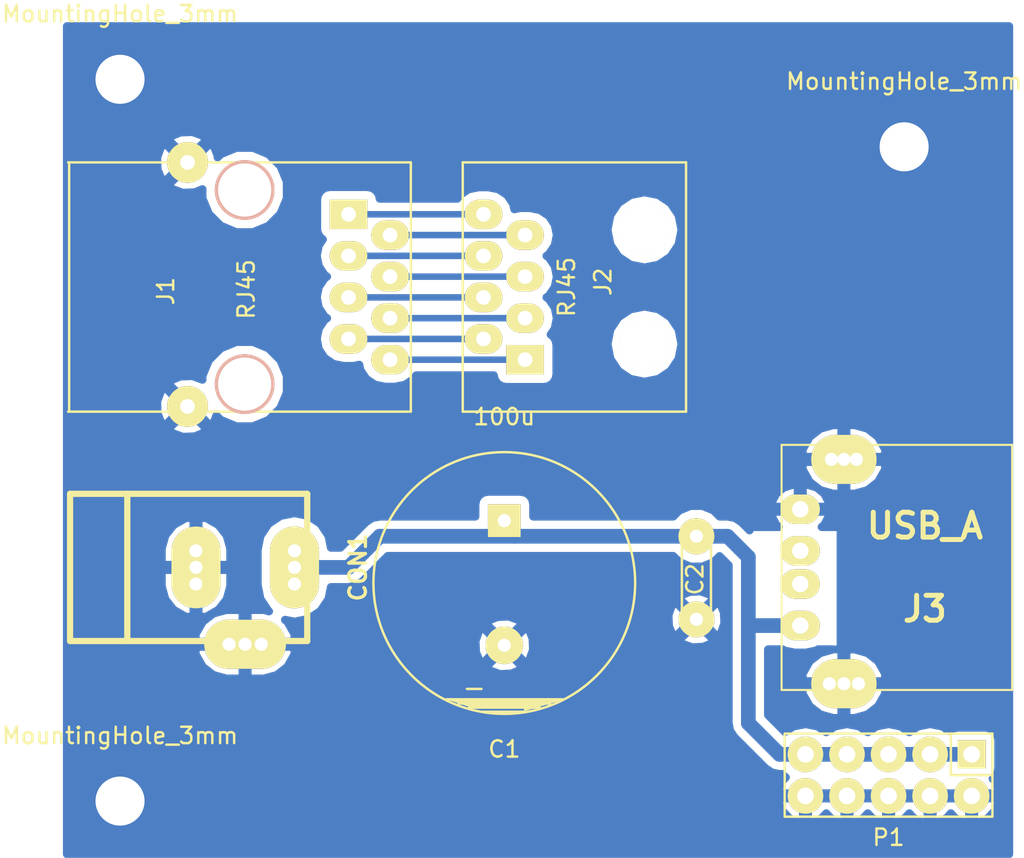
<source format=kicad_pcb>
(kicad_pcb (version 4) (host pcbnew "(2015-11-08 BZR 6303, Git 5897580)-product")

  (general
    (links 32)
    (no_connects 5)
    (area 0 0 0 0)
    (thickness 1.6)
    (drawings 0)
    (tracks 27)
    (zones 0)
    (modules 10)
    (nets 11)
  )

  (page A4)
  (layers
    (0 F.Cu signal)
    (31 B.Cu signal)
    (32 B.Adhes user)
    (33 F.Adhes user)
    (34 B.Paste user)
    (35 F.Paste user)
    (36 B.SilkS user)
    (37 F.SilkS user)
    (38 B.Mask user)
    (39 F.Mask user)
    (40 Dwgs.User user)
    (41 Cmts.User user)
    (42 Eco1.User user)
    (43 Eco2.User user)
    (44 Edge.Cuts user)
    (45 Margin user)
    (46 B.CrtYd user)
    (47 F.CrtYd user)
    (48 B.Fab user)
    (49 F.Fab user)
  )

  (setup
    (last_trace_width 0.6)
    (user_trace_width 0.4)
    (user_trace_width 0.5)
    (user_trace_width 0.6)
    (user_trace_width 0.7)
    (user_trace_width 0.8)
    (user_trace_width 0.9)
    (trace_clearance 0.01)
    (zone_clearance 0.508)
    (zone_45_only no)
    (trace_min 0.2)
    (segment_width 0.2)
    (edge_width 0.15)
    (via_size 2.2)
    (via_drill 0.8)
    (via_min_size 0.4)
    (via_min_drill 0.3)
    (uvia_size 0.3)
    (uvia_drill 0.1)
    (uvias_allowed no)
    (uvia_min_size 0.2)
    (uvia_min_drill 0.1)
    (pcb_text_width 0.3)
    (pcb_text_size 1.5 1.5)
    (mod_edge_width 0.15)
    (mod_text_size 1 1)
    (mod_text_width 0.15)
    (pad_size 2.99974 2.99974)
    (pad_drill 2.99974)
    (pad_to_mask_clearance 0.2)
    (aux_axis_origin 0 0)
    (visible_elements FFFFF71F)
    (pcbplotparams
      (layerselection 0x00030_80000001)
      (usegerberextensions false)
      (excludeedgelayer true)
      (linewidth 0.100000)
      (plotframeref false)
      (viasonmask false)
      (mode 1)
      (useauxorigin false)
      (hpglpennumber 1)
      (hpglpenspeed 20)
      (hpglpendiameter 15)
      (hpglpenoverlay 2)
      (psnegative false)
      (psa4output false)
      (plotreference true)
      (plotvalue true)
      (plotinvisibletext false)
      (padsonsilk false)
      (subtractmaskfromsilk false)
      (outputformat 1)
      (mirror false)
      (drillshape 1)
      (scaleselection 1)
      (outputdirectory ""))
  )

  (net 0 "")
  (net 1 GND)
  (net 2 "Net-(J1-Pad1)")
  (net 3 "Net-(J1-Pad2)")
  (net 4 "Net-(J1-Pad3)")
  (net 5 "Net-(J1-Pad4)")
  (net 6 "Net-(J1-Pad5)")
  (net 7 "Net-(J1-Pad6)")
  (net 8 "Net-(J1-Pad7)")
  (net 9 "Net-(J1-Pad8)")
  (net 10 /+5v)

  (net_class Default "This is the default net class."
    (clearance 0.01)
    (trace_width 0.6)
    (via_dia 2.2)
    (via_drill 0.8)
    (uvia_dia 0.3)
    (uvia_drill 0.1)
    (add_net "Net-(J1-Pad1)")
    (add_net "Net-(J1-Pad2)")
    (add_net "Net-(J1-Pad3)")
    (add_net "Net-(J1-Pad4)")
    (add_net "Net-(J1-Pad5)")
    (add_net "Net-(J1-Pad6)")
    (add_net "Net-(J1-Pad7)")
    (add_net "Net-(J1-Pad8)")
  )

  (net_class Power ""
    (clearance 0.01)
    (trace_width 0.9)
    (via_dia 2.2)
    (via_drill 0.8)
    (uvia_dia 0.3)
    (uvia_drill 0.1)
    (add_net /+5v)
    (add_net GND)
  )

  (module Mounting_Holes:MountingHole_3mm (layer F.Cu) (tedit 56618E3E) (tstamp 56691BA2)
    (at 111.76 114.6175)
    (descr "Mounting hole, Befestigungsbohrung, 3mm, No Annular, Kein Restring,")
    (tags "Mounting hole, Befestigungsbohrung, 3mm, No Annular, Kein Restring,")
    (fp_text reference MountingHole_3mm (at 0 -4.0005) (layer F.SilkS)
      (effects (font (size 1 1) (thickness 0.15)))
    )
    (fp_text value VAL** (at 1.00076 5.00126) (layer F.SilkS) hide
      (effects (font (size 1 1) (thickness 0.15)))
    )
    (fp_circle (center 0 0) (end 2.99974 0) (layer Cmts.User) (width 0.381))
    (pad 1 thru_hole circle (at 0 0) (size 2.99974 2.99974) (drill 2.99974) (layers *.Cu)
      (net 1 GND) (zone_connect 2))
  )

  (module Mounting_Holes:MountingHole_3mm (layer F.Cu) (tedit 56618E3E) (tstamp 56691B93)
    (at 159.7025 74.6125)
    (descr "Mounting hole, Befestigungsbohrung, 3mm, No Annular, Kein Restring,")
    (tags "Mounting hole, Befestigungsbohrung, 3mm, No Annular, Kein Restring,")
    (fp_text reference MountingHole_3mm (at 0 -4.0005) (layer F.SilkS)
      (effects (font (size 1 1) (thickness 0.15)))
    )
    (fp_text value VAL** (at 1.00076 5.00126) (layer F.SilkS) hide
      (effects (font (size 1 1) (thickness 0.15)))
    )
    (fp_circle (center 0 0) (end 2.99974 0) (layer Cmts.User) (width 0.381))
    (pad 1 thru_hole circle (at 0 0) (size 2.99974 2.99974) (drill 2.99974) (layers *.Cu)
      (net 1 GND) (zone_connect 2))
  )

  (module Capacitors_ThroughHole:Capacitor6MMDiscRM5 (layer F.Cu) (tedit 56618C6F) (tstamp 56618B16)
    (at 147.0025 100.965 270)
    (descr "Capacitor 6MM Disc RM 5MM")
    (tags C)
    (path /56618FB0)
    (fp_text reference C2 (at 0.0889 0.0889 270) (layer F.SilkS)
      (effects (font (size 1 1) (thickness 0.15)))
    )
    (fp_text value 100n (at 0 -2.286 270) (layer F.SilkS) hide
      (effects (font (size 1 1) (thickness 0.15)))
    )
    (fp_line (start -3.048 -0.889) (end -3.048 0.889) (layer F.SilkS) (width 0.15))
    (fp_line (start -3.048 0.889) (end 3.048 0.889) (layer F.SilkS) (width 0.15))
    (fp_line (start 3.048 0.889) (end 3.048 -0.889) (layer F.SilkS) (width 0.15))
    (fp_line (start 3.048 -0.889) (end -3.048 -0.889) (layer F.SilkS) (width 0.15))
    (pad 1 thru_hole circle (at -2.54 0 270) (size 2.2 2.2) (drill 0.8001) (layers *.Cu *.Mask F.SilkS)
      (net 10 /+5v))
    (pad 2 thru_hole circle (at 2.54 0 270) (size 2.2 2.2) (drill 0.8001) (layers *.Cu *.Mask F.SilkS)
      (net 1 GND))
    (model Capacitors_ThroughHole/Capacitor6MMDiscRM5.wrl
      (at (xyz 0 0 0))
      (scale (xyz 1 1 1))
      (rotate (xyz 0 0 0))
    )
  )

  (module barrel:BARREL_JACK (layer F.Cu) (tedit 544CCD4B) (tstamp 56618B23)
    (at 116.205 100.33)
    (descr "DC Barrel Jack")
    (tags "Power Jack")
    (path /56618BEF)
    (fp_text reference CON1 (at 10.09904 0 90) (layer F.SilkS)
      (effects (font (size 1.016 1.016) (thickness 0.2032)))
    )
    (fp_text value 5V (at 0 -5.99948) (layer F.SilkS) hide
      (effects (font (size 1.016 1.016) (thickness 0.2032)))
    )
    (fp_line (start -4.0005 -4.50088) (end -4.0005 4.50088) (layer F.SilkS) (width 0.381))
    (fp_line (start -7.50062 -4.50088) (end -7.50062 4.50088) (layer F.SilkS) (width 0.381))
    (fp_line (start -7.50062 4.50088) (end 7.00024 4.50088) (layer F.SilkS) (width 0.381))
    (fp_line (start 7.00024 4.50088) (end 7.00024 -4.50088) (layer F.SilkS) (width 0.381))
    (fp_line (start 7.00024 -4.50088) (end -7.50062 -4.50088) (layer F.SilkS) (width 0.381))
    (pad 1 thru_hole oval (at 6.223 0) (size 3 5) (drill 0.8) (layers *.Cu *.Mask F.SilkS)
      (net 10 /+5v))
    (pad 2 thru_hole oval (at 0.20066 0) (size 3 5) (drill 0.8) (layers *.Cu *.Mask F.SilkS)
      (net 1 GND))
    (pad 3 thru_hole oval (at 3.2004 4.699) (size 5 3) (drill 0.8) (layers *.Cu *.Mask F.SilkS)
      (net 1 GND))
    (pad "" np_thru_hole circle (at 6.223 1.016) (size 0.8 0.8) (drill 0.8) (layers *.Cu *.Mask F.SilkS))
    (pad "" np_thru_hole circle (at 6.223 -1.016) (size 0.8 0.8) (drill 0.8) (layers *.Cu *.Mask F.SilkS))
    (pad "" np_thru_hole circle (at 0.1905 1.016) (size 0.8 0.8) (drill 0.8) (layers *.Cu *.Mask F.SilkS))
    (pad "" np_thru_hole circle (at 0.1905 -1.016) (size 0.8 0.8) (drill 0.8) (layers *.Cu *.Mask F.SilkS))
    (pad "" np_thru_hole circle (at 2.2225 4.699) (size 0.8 0.8) (drill 0.8) (layers *.Cu *.Mask F.SilkS))
    (pad "" np_thru_hole circle (at 4.191 4.699) (size 0.8 0.8) (drill 0.8) (layers *.Cu *.Mask F.SilkS))
  )

  (module rj45:RJ45_SOLDER (layer F.Cu) (tedit 552803F0) (tstamp 56618B3F)
    (at 142.875 83.185 90)
    (tags RJ45)
    (path /566188E2)
    (fp_text reference J2 (at 0.3175 -1.5875 90) (layer F.SilkS)
      (effects (font (size 1 1) (thickness 0.15)))
    )
    (fp_text value RJ45 (at 0 -3.81 90) (layer F.SilkS)
      (effects (font (size 1 1) (thickness 0.15)))
    )
    (fp_line (start 7.62 -10.16) (end 7.62 3.4925) (layer F.SilkS) (width 0.15))
    (fp_line (start 7.62 3.4925) (end -7.62 3.4925) (layer F.SilkS) (width 0.15))
    (fp_line (start -7.62 3.4925) (end -7.62 -10.16) (layer F.SilkS) (width 0.15))
    (fp_line (start 7.62 -10.16) (end -7.62 -10.16) (layer F.SilkS) (width 0.15))
    (pad 1 thru_hole rect (at -4.445 -6.35 90) (size 1.8 2.3) (drill 0.89916) (layers *.Cu *.Mask F.SilkS)
      (net 9 "Net-(J1-Pad8)"))
    (pad 2 thru_hole oval (at -3.175 -8.89 90) (size 1.8 2.3) (drill 0.89916) (layers *.Cu *.Mask F.SilkS)
      (net 8 "Net-(J1-Pad7)"))
    (pad 3 thru_hole oval (at -1.905 -6.35 90) (size 1.8 2.3) (drill 0.89916) (layers *.Cu *.Mask F.SilkS)
      (net 7 "Net-(J1-Pad6)"))
    (pad 4 thru_hole oval (at -0.635 -8.89 90) (size 1.8 2.3) (drill 0.89916) (layers *.Cu *.Mask F.SilkS)
      (net 6 "Net-(J1-Pad5)"))
    (pad 5 thru_hole oval (at 0.635 -6.35 90) (size 1.8 2.3) (drill 0.89916) (layers *.Cu *.Mask F.SilkS)
      (net 5 "Net-(J1-Pad4)"))
    (pad 6 thru_hole oval (at 1.905 -8.89 90) (size 1.8 2.3) (drill 0.89916) (layers *.Cu *.Mask F.SilkS)
      (net 4 "Net-(J1-Pad3)"))
    (pad 7 thru_hole oval (at 3.175 -6.35 90) (size 1.8 2.3) (drill 0.89916) (layers *.Cu *.Mask F.SilkS)
      (net 3 "Net-(J1-Pad2)"))
    (pad 8 thru_hole oval (at 4.445 -8.89 90) (size 1.8 2.3) (drill 0.89916) (layers *.Cu *.Mask F.SilkS)
      (net 2 "Net-(J1-Pad1)"))
    (pad "" np_thru_hole oval (at -3.4925 0.9525 90) (size 3 3) (drill 3) (layers *.Cu *.Mask F.SilkS))
    (pad "" np_thru_hole oval (at 3.4925 0.9525 90) (size 3 3) (drill 3) (layers *.Cu *.Mask F.SilkS))
    (model Connect/RJ45_8.wrl
      (at (xyz 0 0 0))
      (scale (xyz 0.4 0.4 0.4))
      (rotate (xyz 0 0 0))
    )
  )

  (module usb:USB_A (layer F.Cu) (tedit 544CCBD9) (tstamp 56618B4D)
    (at 153.3525 100.33)
    (path /5661916C)
    (fp_text reference J3 (at 7.62 2.54) (layer F.SilkS)
      (effects (font (thickness 0.3048)))
    )
    (fp_text value USB_A (at 7.62 -2.54) (layer F.SilkS)
      (effects (font (thickness 0.3048)))
    )
    (fp_line (start -1.143 -7.493) (end 12.954 -7.493) (layer F.SilkS) (width 0.127))
    (fp_line (start 12.954 7.493) (end -1.143 7.493) (layer F.SilkS) (width 0.127))
    (fp_line (start -1.143 -7.493) (end -1.143 7.493) (layer F.SilkS) (width 0.127))
    (fp_line (start 12.954 -7.493) (end 12.954 7.493) (layer F.SilkS) (width 0.127))
    (pad 4 thru_hole oval (at 0 -3.556) (size 2.4 1.8) (drill 1.00076) (layers *.Cu *.Mask F.SilkS)
      (net 1 GND))
    (pad 3 thru_hole oval (at 0 -1.016) (size 2.4 1.8) (drill 1.00076) (layers *.Cu *.Mask F.SilkS))
    (pad 2 thru_hole oval (at 0 1.016) (size 2.4 1.8) (drill 1.00076) (layers *.Cu *.Mask F.SilkS))
    (pad 1 thru_hole oval (at 0 3.556) (size 2.4 1.8) (drill 1.00076) (layers *.Cu *.Mask F.SilkS)
      (net 10 /+5v))
    (pad 5 thru_hole oval (at 2.667 -6.604) (size 4 3) (drill 0.8) (layers *.Cu *.Mask F.SilkS)
      (net 1 GND))
    (pad 6 thru_hole oval (at 2.667 7.112) (size 4 3) (drill 0.8) (layers *.Cu *.Mask F.SilkS)
      (net 1 GND))
    (pad "" np_thru_hole circle (at 1.905 -6.604) (size 0.8 0.8) (drill 0.8) (layers *.Cu *.Mask F.SilkS))
    (pad "" np_thru_hole circle (at 3.429 -6.604) (size 0.8 0.8) (drill 0.8) (layers *.Cu *.Mask F.SilkS))
    (pad "" np_thru_hole circle (at 1.778 7.112) (size 0.8 0.8) (drill 0.8) (layers *.Cu *.Mask F.SilkS))
    (pad "" np_thru_hole circle (at 3.556 7.112) (size 0.8 0.8) (drill 0.8) (layers *.Cu *.Mask F.SilkS))
    (model Connectors/usb_a_through_hole.wrl
      (at (xyz 0 0 0))
      (scale (xyz 1 1 1))
      (rotate (xyz 0 0 0))
    )
  )

  (module Pin_Headers:Pin_Header_Straight_2x05 (layer F.Cu) (tedit 56618B22) (tstamp 56618B69)
    (at 158.75 113.03 180)
    (descr "Through hole pin header")
    (tags "pin header")
    (path /56618CB4)
    (fp_text reference P1 (at 0 -3.81 180) (layer F.SilkS)
      (effects (font (size 1 1) (thickness 0.15)))
    )
    (fp_text value CONN_02X05 (at 0 0 180) (layer F.SilkS) hide
      (effects (font (size 1 1) (thickness 0.15)))
    )
    (fp_line (start -6.35 -2.54) (end 6.35 -2.54) (layer F.SilkS) (width 0.15))
    (fp_line (start 6.35 -2.54) (end 6.35 2.54) (layer F.SilkS) (width 0.15))
    (fp_line (start 6.35 2.54) (end -3.81 2.54) (layer F.SilkS) (width 0.15))
    (fp_line (start -6.35 -2.54) (end -6.35 0) (layer F.SilkS) (width 0.15))
    (fp_line (start -6.35 2.54) (end -3.81 2.54) (layer F.SilkS) (width 0.15))
    (fp_line (start -6.35 0) (end -3.81 0) (layer F.SilkS) (width 0.15))
    (fp_line (start -3.81 0) (end -3.81 2.54) (layer F.SilkS) (width 0.15))
    (fp_line (start -6.35 2.54) (end -6.35 0) (layer F.SilkS) (width 0.15))
    (pad 1 thru_hole rect (at -5.08 1.27 180) (size 1.7272 1.7272) (drill 1.016) (layers *.Cu *.Mask F.SilkS)
      (net 10 /+5v))
    (pad 2 thru_hole oval (at -5.08 -1.27 180) (size 2.18 2.18) (drill 1.016) (layers *.Cu *.Mask F.SilkS)
      (net 1 GND))
    (pad 3 thru_hole oval (at -2.54 1.27 180) (size 2.18 2.18) (drill 1.016) (layers *.Cu *.Mask F.SilkS)
      (net 10 /+5v))
    (pad 4 thru_hole oval (at -2.54 -1.27 180) (size 2.18 2.18) (drill 1.016) (layers *.Cu *.Mask F.SilkS)
      (net 1 GND))
    (pad 5 thru_hole oval (at 0 1.27 180) (size 2.18 2.18) (drill 1.016) (layers *.Cu *.Mask F.SilkS)
      (net 10 /+5v))
    (pad 6 thru_hole oval (at 0 -1.27 180) (size 2.18 2.18) (drill 1.016) (layers *.Cu *.Mask F.SilkS)
      (net 1 GND))
    (pad 7 thru_hole oval (at 2.54 1.27 180) (size 2.18 2.18) (drill 1.016) (layers *.Cu *.Mask F.SilkS)
      (net 10 /+5v))
    (pad 8 thru_hole oval (at 2.54 -1.27 180) (size 2.18 2.18) (drill 1.016) (layers *.Cu *.Mask F.SilkS)
      (net 1 GND))
    (pad 9 thru_hole oval (at 5.08 1.27 180) (size 2.18 2.18) (drill 1.016) (layers *.Cu *.Mask F.SilkS)
      (net 10 /+5v))
    (pad 10 thru_hole oval (at 5.08 -1.27 180) (size 2.18 2.18) (drill 1.016) (layers *.Cu *.Mask F.SilkS)
      (net 1 GND))
    (model Pin_Headers/Pin_Header_Straight_2x05.wrl
      (at (xyz 0 0 0))
      (scale (xyz 1 1 1))
      (rotate (xyz 0 0 0))
    )
  )

  (module rj45:RJ45_8_BIG (layer F.Cu) (tedit 55280189) (tstamp 56618C4C)
    (at 119.38 83.185 270)
    (tags RJ45)
    (path /56618A89)
    (fp_text reference J1 (at 0.254 4.826 270) (layer F.SilkS)
      (effects (font (size 1 1) (thickness 0.15)))
    )
    (fp_text value RJ45 (at 0.14224 -0.1016 270) (layer F.SilkS)
      (effects (font (size 1 1) (thickness 0.15)))
    )
    (fp_line (start 7.62 -10.16) (end 7.62 10.795) (layer F.SilkS) (width 0.15))
    (fp_line (start -7.62 -10.16) (end -7.62 10.795) (layer F.SilkS) (width 0.15))
    (fp_line (start -7.62 10.7315) (end 7.62 10.7315) (layer F.SilkS) (width 0.15))
    (fp_line (start 7.62 -10.16) (end -7.62 -10.16) (layer F.SilkS) (width 0.15))
    (pad Hole np_thru_hole circle (at 5.93852 0 270) (size 3.64998 3.64998) (drill 3.2512) (layers *.Cu *.SilkS *.Mask))
    (pad Hole np_thru_hole circle (at -5.9309 0 270) (size 3.64998 3.64998) (drill 3.2512) (layers *.Cu *.SilkS *.Mask))
    (pad 1 thru_hole rect (at -4.445 -6.35 270) (size 1.8 2.3) (drill 0.89916) (layers *.Cu *.Mask F.SilkS)
      (net 2 "Net-(J1-Pad1)"))
    (pad 2 thru_hole oval (at -3.175 -8.89 270) (size 1.8 2.3) (drill 0.89916) (layers *.Cu *.Mask F.SilkS)
      (net 3 "Net-(J1-Pad2)"))
    (pad 3 thru_hole oval (at -1.905 -6.35 270) (size 1.8 2.3) (drill 0.89916) (layers *.Cu *.Mask F.SilkS)
      (net 4 "Net-(J1-Pad3)"))
    (pad 4 thru_hole oval (at -0.635 -8.89 270) (size 1.8 2.3) (drill 0.89916) (layers *.Cu *.Mask F.SilkS)
      (net 5 "Net-(J1-Pad4)"))
    (pad 5 thru_hole oval (at 0.635 -6.35 270) (size 1.8 2.3) (drill 0.89916) (layers *.Cu *.Mask F.SilkS)
      (net 6 "Net-(J1-Pad5)"))
    (pad 6 thru_hole oval (at 1.905 -8.89 270) (size 1.8 2.3) (drill 0.89916) (layers *.Cu *.Mask F.SilkS)
      (net 7 "Net-(J1-Pad6)"))
    (pad 7 thru_hole oval (at 3.175 -6.35 270) (size 1.8 2.3) (drill 0.89916) (layers *.Cu *.Mask F.SilkS)
      (net 8 "Net-(J1-Pad7)"))
    (pad 8 thru_hole oval (at 4.445 -8.89 270) (size 1.8 2.3) (drill 0.89916) (layers *.Cu *.Mask F.SilkS)
      (net 9 "Net-(J1-Pad8)"))
    (pad 9 thru_hole circle (at -7.62 3.4925 270) (size 2.5 2.5) (drill 0.89916) (layers *.Cu *.Mask F.SilkS)
      (net 1 GND))
    (pad 9 thru_hole circle (at 7.3025 3.4925 270) (size 2.5 2.5) (drill 0.89916) (layers *.Cu *.Mask F.SilkS)
      (net 1 GND))
    (model Connect/RJ45_8.wrl
      (at (xyz 0 0 0))
      (scale (xyz 0.4 0.4 0.4))
      (rotate (xyz 0 0 0))
    )
  )

  (module Capacitors_ThroughHole:Capacitor16x25RM7.5 (layer F.Cu) (tedit 56618CBD) (tstamp 56618CD8)
    (at 135.255 101.2825 180)
    (descr "Capacitor, pol, cyl 16x25mm")
    (path /56618EB3)
    (fp_text reference C1 (at 0 -10.16 180) (layer F.SilkS)
      (effects (font (size 1 1) (thickness 0.15)))
    )
    (fp_text value 100u (at 0 10.16 180) (layer F.SilkS)
      (effects (font (size 1 1) (thickness 0.15)))
    )
    (fp_line (start -3.429 -7.112) (end -1.27 -7.747) (layer F.SilkS) (width 0.15))
    (fp_line (start 3.302 -7.112) (end 2.159 -7.493) (layer F.SilkS) (width 0.15))
    (fp_circle (center 0 0) (end 8.001 0) (layer F.SilkS) (width 0.15))
    (fp_line (start -2.032 -7.493) (end 2.032 -7.493) (layer F.SilkS) (width 0.15))
    (fp_line (start 2.921 -7.239) (end -2.794 -7.239) (layer F.SilkS) (width 0.15))
    (fp_line (start -2.794 -7.239) (end -1.905 -7.239) (layer F.SilkS) (width 0.15))
    (fp_line (start 1.397 -7.874) (end -1.27 -7.874) (layer F.SilkS) (width 0.15))
    (fp_line (start -2.159 -7.62) (end 2.159 -7.62) (layer F.SilkS) (width 0.15))
    (fp_line (start 2.794 -7.366) (end -2.794 -7.366) (layer F.SilkS) (width 0.15))
    (fp_line (start -2.794 -7.366) (end -2.667 -7.366) (layer F.SilkS) (width 0.15))
    (fp_line (start 3.556 -7.112) (end -3.556 -7.112) (layer F.SilkS) (width 0.15))
    (fp_line (start 1.397 -6.477) (end 2.286 -6.477) (layer F.SilkS) (width 0.15))
    (pad 1 thru_hole rect (at 0 3.81 180) (size 1.99898 1.99898) (drill 0.8001) (layers *.Cu *.Mask F.SilkS)
      (net 10 /+5v))
    (pad 2 thru_hole circle (at 0 -3.81 180) (size 2.3 2.3) (drill 0.8001) (layers *.Cu *.Mask F.SilkS)
      (net 1 GND))
    (model Capacitors_ThroughHole/Capacitor16x25RM7.5.wrl
      (at (xyz 0 0 0))
      (scale (xyz 1 1 1))
      (rotate (xyz 0 0 0))
    )
  )

  (module Mounting_Holes:MountingHole_3mm (layer F.Cu) (tedit 56618E3E) (tstamp 56618E0F)
    (at 111.76 70.485)
    (descr "Mounting hole, Befestigungsbohrung, 3mm, No Annular, Kein Restring,")
    (tags "Mounting hole, Befestigungsbohrung, 3mm, No Annular, Kein Restring,")
    (fp_text reference MountingHole_3mm (at 0 -4.0005) (layer F.SilkS)
      (effects (font (size 1 1) (thickness 0.15)))
    )
    (fp_text value VAL** (at 1.00076 5.00126) (layer F.SilkS) hide
      (effects (font (size 1 1) (thickness 0.15)))
    )
    (fp_circle (center 0 0) (end 2.99974 0) (layer Cmts.User) (width 0.381))
    (pad 1 thru_hole circle (at 0 0) (size 2.99974 2.99974) (drill 2.99974) (layers *.Cu)
      (net 1 GND) (zone_connect 2))
  )

  (segment (start 125.73 78.74) (end 133.985 78.74) (width 0.4) (layer B.Cu) (net 2))
  (segment (start 128.27 80.01) (end 136.525 80.01) (width 0.4) (layer B.Cu) (net 3))
  (segment (start 125.73 81.28) (end 133.985 81.28) (width 0.4) (layer B.Cu) (net 4))
  (segment (start 128.27 82.55) (end 136.525 82.55) (width 0.4) (layer B.Cu) (net 5))
  (segment (start 133.985 83.82) (end 125.73 83.82) (width 0.4) (layer B.Cu) (net 6))
  (segment (start 136.525 85.09) (end 128.27 85.09) (width 0.4) (layer B.Cu) (net 7))
  (segment (start 125.73 86.36) (end 133.985 86.36) (width 0.4) (layer B.Cu) (net 8))
  (segment (start 128.27 87.63) (end 136.525 87.63) (width 0.4) (layer B.Cu) (net 9))
  (segment (start 153.3525 103.886) (end 150.1775 103.886) (width 0.9) (layer B.Cu) (net 10))
  (segment (start 150.1775 103.886) (end 150.1775 104.14) (width 0.9) (layer B.Cu) (net 10) (tstamp 56618DC4))
  (segment (start 147.0025 98.425) (end 148.9075 98.425) (width 0.9) (layer B.Cu) (net 10))
  (segment (start 148.9075 98.425) (end 150.1775 99.695) (width 0.9) (layer B.Cu) (net 10) (tstamp 56618DBE))
  (segment (start 150.1775 99.695) (end 150.1775 104.14) (width 0.9) (layer B.Cu) (net 10) (tstamp 56618DBF))
  (segment (start 152.0825 111.76) (end 153.67 111.76) (width 0.9) (layer B.Cu) (net 10) (tstamp 56618DC1))
  (segment (start 150.1775 104.14) (end 150.1775 109.855) (width 0.9) (layer B.Cu) (net 10) (tstamp 56618DC7))
  (segment (start 150.1775 109.855) (end 152.0825 111.76) (width 0.9) (layer B.Cu) (net 10) (tstamp 56618DC0))
  (segment (start 156.21 111.76) (end 153.67 111.76) (width 0.9) (layer B.Cu) (net 10))
  (segment (start 158.75 111.76) (end 156.21 111.76) (width 0.9) (layer B.Cu) (net 10))
  (segment (start 161.29 111.76) (end 160.02 111.76) (width 0.9) (layer B.Cu) (net 10))
  (segment (start 160.02 111.76) (end 158.75 111.76) (width 0.9) (layer B.Cu) (net 10) (tstamp 56618DBC))
  (segment (start 163.83 111.76) (end 161.29 111.76) (width 0.9) (layer B.Cu) (net 10))
  (segment (start 135.255 97.4725) (end 135.255 97.79) (width 0.9) (layer B.Cu) (net 10))
  (segment (start 135.255 97.79) (end 135.89 98.425) (width 0.9) (layer B.Cu) (net 10) (tstamp 56618DAC))
  (segment (start 135.89 98.425) (end 135.255 97.4725) (width 0.9) (layer B.Cu) (net 10) (tstamp 56618DAE))
  (segment (start 147.0025 98.425) (end 127.635 98.425) (width 0.9) (layer B.Cu) (net 10))
  (segment (start 125.73 100.33) (end 122.428 100.33) (width 0.9) (layer B.Cu) (net 10) (tstamp 56618DA9))
  (segment (start 127.635 98.425) (end 125.73 100.33) (width 0.9) (layer B.Cu) (net 10) (tstamp 56618DA8))

  (zone (net 1) (net_name GND) (layer B.Cu) (tstamp 56618DD2) (hatch edge 0.508)
    (connect_pads (clearance 0.508))
    (min_thickness 0.5)
    (fill yes (arc_segments 16) (thermal_gap 0.35) (thermal_bridge_width 0.8))
    (polygon
      (pts
        (xy 108.2675 66.9925) (xy 108.2675 118.11) (xy 166.37 118.11) (xy 166.37 66.9925)
      )
    )
    (polygon
      (pts        (xy 150.495 98.1075) (xy 155.575 98.1075) (xy 155.575 105.0925) (xy 150.495 105.0925)
      )
    )
    (filled_polygon
      (pts
        (xy 166.12 117.86) (xy 108.5175 117.86) (xy 108.5175 114.711484) (xy 152.03086 114.711484) (xy 152.219982 115.168089)
        (xy 152.662561 115.656908) (xy 153.258514 115.93915) (xy 153.52 115.83334) (xy 153.52 114.45) (xy 153.82 114.45)
        (xy 153.82 115.83334) (xy 154.081486 115.93915) (xy 154.677439 115.656908) (xy 154.94 115.366915) (xy 155.202561 115.656908)
        (xy 155.798514 115.93915) (xy 156.06 115.83334) (xy 156.06 114.45) (xy 156.36 114.45) (xy 156.36 115.83334)
        (xy 156.621486 115.93915) (xy 157.217439 115.656908) (xy 157.48 115.366915) (xy 157.742561 115.656908) (xy 158.338514 115.93915)
        (xy 158.6 115.83334) (xy 158.6 114.45) (xy 158.9 114.45) (xy 158.9 115.83334) (xy 159.161486 115.93915)
        (xy 159.757439 115.656908) (xy 160.02 115.366915) (xy 160.282561 115.656908) (xy 160.878514 115.93915) (xy 161.14 115.83334)
        (xy 161.14 114.45) (xy 161.44 114.45) (xy 161.44 115.83334) (xy 161.701486 115.93915) (xy 162.297439 115.656908)
        (xy 162.56 115.366915) (xy 162.822561 115.656908) (xy 163.418514 115.93915) (xy 163.68 115.83334) (xy 163.68 114.45)
        (xy 163.98 114.45) (xy 163.98 115.83334) (xy 164.241486 115.93915) (xy 164.837439 115.656908) (xy 165.280018 115.168089)
        (xy 165.46914 114.711484) (xy 165.362677 114.45) (xy 163.98 114.45) (xy 163.68 114.45) (xy 161.44 114.45)
        (xy 161.14 114.45) (xy 158.9 114.45) (xy 158.6 114.45) (xy 156.36 114.45) (xy 156.06 114.45)
        (xy 153.82 114.45) (xy 153.52 114.45) (xy 152.137323 114.45) (xy 152.03086 114.711484) (xy 108.5175 114.711484)
        (xy 108.5175 104.553173) (xy 116.360018 104.553173) (xy 116.461178 104.879) (xy 117.26963 104.879) (xy 117.269368 105.179)
        (xy 116.461178 105.179) (xy 116.360018 105.504827) (xy 116.40785 105.694054) (xy 116.81441 106.407859) (xy 117.463183 106.911745)
        (xy 118.2554 107.129) (xy 119.2554 107.129) (xy 119.2554 105.838777) (xy 119.408633 105.685811) (xy 119.411539 105.678812)
        (xy 119.413723 105.684098) (xy 119.5554 105.826023) (xy 119.5554 107.129) (xy 120.5554 107.129) (xy 121.347617 106.911745)
        (xy 121.99639 106.407859) (xy 122.029742 106.349302) (xy 134.21033 106.349302) (xy 134.331289 106.619075) (xy 134.985797 106.85636)
        (xy 135.681289 106.825115) (xy 136.178711 106.619075) (xy 136.29967 106.349302) (xy 135.255 105.304632) (xy 134.21033 106.349302)
        (xy 122.029742 106.349302) (xy 122.40295 105.694054) (xy 122.450782 105.504827) (xy 122.349622 105.179) (xy 121.55387 105.179)
        (xy 121.554132 104.879) (xy 122.349622 104.879) (xy 122.366916 104.823297) (xy 133.49114 104.823297) (xy 133.522385 105.518789)
        (xy 133.728425 106.016211) (xy 133.998198 106.13717) (xy 135.042868 105.0925) (xy 135.467132 105.0925) (xy 136.511802 106.13717)
        (xy 136.781575 106.016211) (xy 137.01886 105.361703) (xy 136.990283 104.725596) (xy 145.994036 104.725596) (xy 146.108864 104.99018)
        (xy 146.745242 105.219107) (xy 147.420785 105.187077) (xy 147.896136 104.99018) (xy 148.010964 104.725596) (xy 147.0025 103.717132)
        (xy 145.994036 104.725596) (xy 136.990283 104.725596) (xy 136.987615 104.666211) (xy 136.781575 104.168789) (xy 136.511802 104.04783)
        (xy 135.467132 105.0925) (xy 135.042868 105.0925) (xy 133.998198 104.04783) (xy 133.728425 104.168789) (xy 133.49114 104.823297)
        (xy 122.366916 104.823297) (xy 122.450782 104.553173) (xy 122.40295 104.363946) (xy 122.102078 103.835698) (xy 134.21033 103.835698)
        (xy 135.255 104.880368) (xy 136.29967 103.835698) (xy 136.178711 103.565925) (xy 135.524203 103.32864) (xy 134.828711 103.359885)
        (xy 134.331289 103.565925) (xy 134.21033 103.835698) (xy 122.102078 103.835698) (xy 121.99639 103.650141) (xy 121.850715 103.536999)
        (xy 122.428 103.651828) (xy 123.292099 103.479948) (xy 123.639619 103.247742) (xy 145.288393 103.247742) (xy 145.320423 103.923285)
        (xy 145.51732 104.398636) (xy 145.781904 104.513464) (xy 146.790368 103.505) (xy 147.214632 103.505) (xy 148.223096 104.513464)
        (xy 148.48768 104.398636) (xy 148.716607 103.762258) (xy 148.684577 103.086715) (xy 148.48768 102.611364) (xy 148.223096 102.496536)
        (xy 147.214632 103.505) (xy 146.790368 103.505) (xy 145.781904 102.496536) (xy 145.51732 102.611364) (xy 145.288393 103.247742)
        (xy 123.639619 103.247742) (xy 124.024647 102.990475) (xy 124.496428 102.284404) (xy 145.994036 102.284404) (xy 147.0025 103.292868)
        (xy 148.010964 102.284404) (xy 147.896136 102.01982) (xy 147.259758 101.790893) (xy 146.584215 101.822923) (xy 146.108864 102.01982)
        (xy 145.994036 102.284404) (xy 124.496428 102.284404) (xy 124.51412 102.257927) (xy 124.657322 101.538) (xy 125.73 101.538)
        (xy 126.192282 101.446046) (xy 126.584185 101.184185) (xy 128.13537 99.633) (xy 145.583075 99.633) (xy 145.948654 99.999217)
        (xy 146.6313 100.282676) (xy 147.370458 100.283321) (xy 148.053597 100.001054) (xy 148.414705 99.640575) (xy 148.9695 100.19537)
        (xy 148.9695 109.855) (xy 149.061454 110.317282) (xy 149.247499 110.595718) (xy 149.323315 110.709185) (xy 151.228315 112.614185)
        (xy 151.620219 112.876047) (xy 152.0825 112.968) (xy 152.261092 112.968) (xy 152.327063 113.066733) (xy 152.466351 113.159802)
        (xy 152.219982 113.431911) (xy 152.03086 113.888516) (xy 152.137323 114.15) (xy 153.52 114.15) (xy 153.52 114.13)
        (xy 153.82 114.13) (xy 153.82 114.15) (xy 156.06 114.15) (xy 156.06 114.13) (xy 156.36 114.13)
        (xy 156.36 114.15) (xy 158.6 114.15) (xy 158.6 114.13) (xy 158.9 114.13) (xy 158.9 114.15)
        (xy 161.14 114.15) (xy 161.14 114.13) (xy 161.44 114.13) (xy 161.44 114.15) (xy 163.68 114.15)
        (xy 163.68 114.13) (xy 163.98 114.13) (xy 163.98 114.15) (xy 165.362677 114.15) (xy 165.46914 113.888516)
        (xy 165.280018 113.431911) (xy 165.117021 113.251884) (xy 165.232486 113.177585) (xy 165.40556 112.924282) (xy 165.46645 112.6236)
        (xy 165.46645 110.8964) (xy 165.413595 110.615502) (xy 165.247585 110.357514) (xy 164.994282 110.18444) (xy 164.6936 110.12355)
        (xy 162.9664 110.12355) (xy 162.685502 110.176405) (xy 162.447647 110.32946) (xy 162.033403 110.052671) (xy 161.326204 109.912)
        (xy 161.253796 109.912) (xy 160.546597 110.052671) (xy 160.02 110.404532) (xy 159.493403 110.052671) (xy 158.786204 109.912)
        (xy 158.713796 109.912) (xy 158.006597 110.052671) (xy 157.48 110.404532) (xy 156.953403 110.052671) (xy 156.246204 109.912)
        (xy 156.173796 109.912) (xy 155.466597 110.052671) (xy 154.94 110.404532) (xy 154.413403 110.052671) (xy 153.706204 109.912)
        (xy 153.633796 109.912) (xy 152.926597 110.052671) (xy 152.421222 110.390352) (xy 151.3855 109.35463) (xy 151.3855 105.3425)
        (xy 152.26697 105.3425) (xy 152.379652 105.417792) (xy 153.014141 105.544) (xy 153.690859 105.544) (xy 154.325348 105.417792)
        (xy 154.438031 105.3425) (xy 155.367677 105.3425) (xy 154.577283 105.559255) (xy 153.92851 106.063141) (xy 153.52195 106.776946)
        (xy 153.474118 106.966173) (xy 153.575278 107.292) (xy 153.97263 107.292) (xy 153.972368 107.592) (xy 153.575278 107.592)
        (xy 153.474118 107.917827) (xy 153.52195 108.107054) (xy 153.92851 108.820859) (xy 154.577283 109.324745) (xy 155.3695 109.542)
        (xy 155.8695 109.542) (xy 155.8695 108.340521) (xy 156.019623 108.190661) (xy 156.1695 108.3408) (xy 156.1695 109.542)
        (xy 156.6695 109.542) (xy 157.461717 109.324745) (xy 158.11049 108.820859) (xy 158.51705 108.107054) (xy 158.564882 107.917827)
        (xy 158.463722 107.592) (xy 158.06637 107.592) (xy 158.066632 107.292) (xy 158.463722 107.292) (xy 158.564882 106.966173)
        (xy 158.51705 106.776946) (xy 158.11049 106.063141) (xy 157.461717 105.559255) (xy 156.6695 105.342) (xy 156.1695 105.342)
        (xy 156.1695 106.543479) (xy 156.019377 106.693339) (xy 155.8695 106.5432) (xy 155.8695 105.342) (xy 155.577469 105.342)
        (xy 155.672264 105.322804) (xy 155.754202 105.266818) (xy 155.807903 105.183364) (xy 155.825 105.0925) (xy 155.825 98.1075)
        (xy 155.805304 98.010236) (xy 155.749318 97.928298) (xy 155.665864 97.874597) (xy 155.575 97.8575) (xy 154.662632 97.8575)
        (xy 154.819226 97.728594) (xy 155.095722 97.209443) (xy 155.103141 97.155629) (xy 154.994141 96.924) (xy 153.5025 96.924)
        (xy 153.5025 96.944) (xy 153.2025 96.944) (xy 153.2025 96.924) (xy 151.710859 96.924) (xy 151.601859 97.155629)
        (xy 151.609278 97.209443) (xy 151.885774 97.728594) (xy 152.042368 97.8575) (xy 150.495 97.8575) (xy 150.397736 97.877196)
        (xy 150.315798 97.933182) (xy 150.262097 98.016636) (xy 150.253452 98.062582) (xy 149.761685 97.570815) (xy 149.484757 97.385778)
        (xy 149.369782 97.308954) (xy 148.9075 97.217) (xy 148.421925 97.217) (xy 148.056346 96.850783) (xy 147.3737 96.567324)
        (xy 146.634542 96.566679) (xy 145.951403 96.848946) (xy 145.582706 97.217) (xy 137.02734 97.217) (xy 137.02734 96.47301)
        (xy 137.012167 96.392371) (xy 151.601859 96.392371) (xy 151.710859 96.624) (xy 153.2025 96.624) (xy 153.2025 95.274)
        (xy 153.5025 95.274) (xy 153.5025 96.624) (xy 154.994141 96.624) (xy 155.103141 96.392371) (xy 155.095722 96.338557)
        (xy 154.819226 95.819406) (xy 154.365107 95.445583) (xy 153.8025 95.274) (xy 153.5025 95.274) (xy 153.2025 95.274)
        (xy 152.9025 95.274) (xy 152.339893 95.445583) (xy 151.885774 95.819406) (xy 151.609278 96.338557) (xy 151.601859 96.392371)
        (xy 137.012167 96.392371) (xy 136.974485 96.192112) (xy 136.808475 95.934124) (xy 136.555172 95.76105) (xy 136.25449 95.70016)
        (xy 134.25551 95.70016) (xy 133.974612 95.753015) (xy 133.716624 95.919025) (xy 133.54355 96.172328) (xy 133.48266 96.47301)
        (xy 133.48266 97.217) (xy 127.635 97.217) (xy 127.172719 97.308953) (xy 126.780815 97.570815) (xy 125.22963 99.122)
        (xy 124.657322 99.122) (xy 124.51412 98.402073) (xy 124.024647 97.669525) (xy 123.292099 97.180052) (xy 122.428 97.008172)
        (xy 121.563901 97.180052) (xy 120.831353 97.669525) (xy 120.34188 98.402073) (xy 120.17 99.266172) (xy 120.17 101.393828)
        (xy 120.34188 102.257927) (xy 120.831353 102.990475) (xy 120.867403 103.014563) (xy 120.5554 102.929) (xy 119.5554 102.929)
        (xy 119.5554 104.231901) (xy 119.414867 104.372189) (xy 119.411961 104.379188) (xy 119.409777 104.373902) (xy 119.2554 104.219255)
        (xy 119.2554 102.929) (xy 118.2554 102.929) (xy 117.463183 103.146255) (xy 116.81441 103.650141) (xy 116.40785 104.363946)
        (xy 116.360018 104.553173) (xy 108.5175 104.553173) (xy 108.5175 99.18) (xy 114.30566 99.18) (xy 114.30566 100.18)
        (xy 115.623757 100.18) (xy 115.738689 100.295133) (xy 115.822339 100.329867) (xy 115.740402 100.363723) (xy 115.623922 100.48)
        (xy 114.30566 100.48) (xy 114.30566 101.48) (xy 114.522915 102.272217) (xy 115.026801 102.92099) (xy 115.740606 103.32755)
        (xy 115.929833 103.375382) (xy 116.25566 103.274222) (xy 116.25566 102.503879) (xy 116.55566 102.504141) (xy 116.55566 103.274222)
        (xy 116.881487 103.375382) (xy 117.070714 103.32755) (xy 117.784519 102.92099) (xy 118.288405 102.272217) (xy 118.50566 101.48)
        (xy 118.50566 100.48) (xy 117.167243 100.48) (xy 117.052311 100.364867) (xy 116.968661 100.330133) (xy 117.050598 100.296277)
        (xy 117.167078 100.18) (xy 118.50566 100.18) (xy 118.50566 99.18) (xy 118.288405 98.387783) (xy 117.784519 97.73901)
        (xy 117.070714 97.33245) (xy 116.881487 97.284618) (xy 116.55566 97.385778) (xy 116.55566 98.156139) (xy 116.25566 98.155877)
        (xy 116.25566 97.385778) (xy 115.929833 97.284618) (xy 115.740606 97.33245) (xy 115.026801 97.73901) (xy 114.522915 98.387783)
        (xy 114.30566 99.18) (xy 108.5175 99.18) (xy 108.5175 93.250173) (xy 153.474118 93.250173) (xy 153.575278 93.576)
        (xy 154.09963 93.576) (xy 154.099368 93.876) (xy 153.575278 93.876) (xy 153.474118 94.201827) (xy 153.52195 94.391054)
        (xy 153.92851 95.104859) (xy 154.577283 95.608745) (xy 155.3695 95.826) (xy 155.8695 95.826) (xy 155.8695 94.726085)
        (xy 155.912598 94.708277) (xy 156.019401 94.601661) (xy 156.124689 94.707133) (xy 156.1695 94.72574) (xy 156.1695 95.826)
        (xy 156.6695 95.826) (xy 157.461717 95.608745) (xy 158.11049 95.104859) (xy 158.51705 94.391054) (xy 158.564882 94.201827)
        (xy 158.463722 93.876) (xy 157.93937 93.876) (xy 157.939632 93.576) (xy 158.463722 93.576) (xy 158.564882 93.250173)
        (xy 158.51705 93.060946) (xy 158.11049 92.347141) (xy 157.461717 91.843255) (xy 156.6695 91.626) (xy 156.1695 91.626)
        (xy 156.1695 92.725915) (xy 156.126402 92.743723) (xy 156.019599 92.850339) (xy 155.914311 92.744867) (xy 155.8695 92.72626)
        (xy 155.8695 91.626) (xy 155.3695 91.626) (xy 154.577283 91.843255) (xy 153.92851 92.347141) (xy 153.52195 93.060946)
        (xy 153.474118 93.250173) (xy 108.5175 93.250173) (xy 108.5175 91.816685) (xy 114.770447 91.816685) (xy 114.903657 92.096838)
        (xy 115.594415 92.350835) (xy 116.329792 92.321156) (xy 116.871343 92.096838) (xy 117.004553 91.816685) (xy 115.8875 90.699632)
        (xy 114.770447 91.816685) (xy 108.5175 91.816685) (xy 108.5175 90.194415) (xy 114.024165 90.194415) (xy 114.053844 90.929792)
        (xy 114.278162 91.471343) (xy 114.558315 91.604553) (xy 115.675368 90.4875) (xy 114.558315 89.370447) (xy 114.278162 89.503657)
        (xy 114.024165 90.194415) (xy 108.5175 90.194415) (xy 108.5175 89.158315) (xy 114.770447 89.158315) (xy 115.8875 90.275368)
        (xy 115.901643 90.261226) (xy 116.113775 90.473358) (xy 116.099632 90.4875) (xy 117.216685 91.604553) (xy 117.496838 91.471343)
        (xy 117.652209 91.048803) (xy 117.914943 91.311996) (xy 118.863957 91.706061) (xy 119.891534 91.706958) (xy 120.841235 91.314549)
        (xy 121.568476 90.588577) (xy 121.962541 89.639563) (xy 121.963438 88.611986) (xy 121.571029 87.662285) (xy 120.845057 86.935044)
        (xy 119.896043 86.540979) (xy 118.868466 86.540082) (xy 117.918765 86.932491) (xy 117.191524 87.658463) (xy 116.797459 88.607477)
        (xy 116.797246 88.850916) (xy 116.180585 88.624165) (xy 115.445208 88.653844) (xy 114.903657 88.878162) (xy 114.770447 89.158315)
        (xy 108.5175 89.158315) (xy 108.5175 81.28) (xy 123.78462 81.28) (xy 123.910828 81.914489) (xy 124.270237 82.452383)
        (xy 124.416331 82.55) (xy 124.270237 82.647617) (xy 123.910828 83.185511) (xy 123.78462 83.82) (xy 123.910828 84.454489)
        (xy 124.270237 84.992383) (xy 124.416331 85.09) (xy 124.270237 85.187617) (xy 123.910828 85.725511) (xy 123.78462 86.36)
        (xy 123.910828 86.994489) (xy 124.270237 87.532383) (xy 124.808131 87.891792) (xy 125.44262 88.018) (xy 126.01738 88.018)
        (xy 126.387167 87.944445) (xy 126.450828 88.264489) (xy 126.810237 88.802383) (xy 127.348131 89.161792) (xy 127.98262 89.288)
        (xy 128.55738 89.288) (xy 129.191869 89.161792) (xy 129.729763 88.802383) (xy 129.873009 88.588) (xy 134.613064 88.588)
        (xy 134.655005 88.810898) (xy 134.821015 89.068886) (xy 135.074318 89.24196) (xy 135.375 89.30285) (xy 137.675 89.30285)
        (xy 137.955898 89.249995) (xy 138.213886 89.083985) (xy 138.38696 88.830682) (xy 138.44785 88.53) (xy 138.44785 86.73)
        (xy 138.429648 86.633263) (xy 141.5695 86.633263) (xy 141.5695 86.721737) (xy 141.74138 87.585836) (xy 142.230853 88.318384)
        (xy 142.963401 88.807857) (xy 143.8275 88.979737) (xy 144.691599 88.807857) (xy 145.424147 88.318384) (xy 145.91362 87.585836)
        (xy 146.0855 86.721737) (xy 146.0855 86.633263) (xy 145.91362 85.769164) (xy 145.424147 85.036616) (xy 144.691599 84.547143)
        (xy 143.8275 84.375263) (xy 142.963401 84.547143) (xy 142.230853 85.036616) (xy 141.74138 85.769164) (xy 141.5695 86.633263)
        (xy 138.429648 86.633263) (xy 138.394995 86.449102) (xy 138.228985 86.191114) (xy 138.094007 86.098888) (xy 138.344172 85.724489)
        (xy 138.47038 85.09) (xy 138.344172 84.455511) (xy 137.984763 83.917617) (xy 137.838669 83.82) (xy 137.984763 83.722383)
        (xy 138.344172 83.184489) (xy 138.47038 82.55) (xy 138.344172 81.915511) (xy 137.984763 81.377617) (xy 137.838669 81.28)
        (xy 137.984763 81.182383) (xy 138.344172 80.644489) (xy 138.47038 80.01) (xy 138.398426 79.648263) (xy 141.5695 79.648263)
        (xy 141.5695 79.736737) (xy 141.74138 80.600836) (xy 142.230853 81.333384) (xy 142.963401 81.822857) (xy 143.8275 81.994737)
        (xy 144.691599 81.822857) (xy 145.424147 81.333384) (xy 145.91362 80.600836) (xy 146.0855 79.736737) (xy 146.0855 79.648263)
        (xy 145.91362 78.784164) (xy 145.424147 78.051616) (xy 144.691599 77.562143) (xy 143.8275 77.390263) (xy 142.963401 77.562143)
        (xy 142.230853 78.051616) (xy 141.74138 78.784164) (xy 141.5695 79.648263) (xy 138.398426 79.648263) (xy 138.344172 79.375511)
        (xy 137.984763 78.837617) (xy 137.446869 78.478208) (xy 136.81238 78.352) (xy 136.23762 78.352) (xy 135.867833 78.425555)
        (xy 135.804172 78.105511) (xy 135.444763 77.567617) (xy 134.906869 77.208208) (xy 134.27238 77.082) (xy 133.69762 77.082)
        (xy 133.063131 77.208208) (xy 132.525237 77.567617) (xy 132.381991 77.782) (xy 127.641936 77.782) (xy 127.599995 77.559102)
        (xy 127.433985 77.301114) (xy 127.180682 77.12804) (xy 126.88 77.06715) (xy 124.58 77.06715) (xy 124.299102 77.120005)
        (xy 124.041114 77.286015) (xy 123.86804 77.539318) (xy 123.80715 77.84) (xy 123.80715 79.64) (xy 123.860005 79.920898)
        (xy 124.026015 80.178886) (xy 124.160993 80.271112) (xy 123.910828 80.645511) (xy 123.78462 81.28) (xy 108.5175 81.28)
        (xy 108.5175 76.894185) (xy 114.770447 76.894185) (xy 114.903657 77.174338) (xy 115.594415 77.428335) (xy 116.329792 77.398656)
        (xy 116.797051 77.205111) (xy 116.796562 77.765634) (xy 117.188971 78.715335) (xy 117.914943 79.442576) (xy 118.863957 79.836641)
        (xy 119.891534 79.837538) (xy 120.841235 79.445129) (xy 121.568476 78.719157) (xy 121.962541 77.770143) (xy 121.963438 76.742566)
        (xy 121.571029 75.792865) (xy 120.845057 75.065624) (xy 119.896043 74.671559) (xy 118.868466 74.670662) (xy 117.918765 75.063071)
        (xy 117.726495 75.255005) (xy 117.721156 75.122708) (xy 117.496838 74.581157) (xy 117.216685 74.447947) (xy 116.099632 75.565)
        (xy 116.113775 75.579143) (xy 115.901643 75.791275) (xy 115.8875 75.777132) (xy 114.770447 76.894185) (xy 108.5175 76.894185)
        (xy 108.5175 75.271915) (xy 114.024165 75.271915) (xy 114.053844 76.007292) (xy 114.278162 76.548843) (xy 114.558315 76.682053)
        (xy 115.675368 75.565) (xy 114.558315 74.447947) (xy 114.278162 74.581157) (xy 114.024165 75.271915) (xy 108.5175 75.271915)
        (xy 108.5175 74.235815) (xy 114.770447 74.235815) (xy 115.8875 75.352868) (xy 117.004553 74.235815) (xy 116.871343 73.955662)
        (xy 116.180585 73.701665) (xy 115.445208 73.731344) (xy 114.903657 73.955662) (xy 114.770447 74.235815) (xy 108.5175 74.235815)
        (xy 108.5175 67.2425) (xy 166.12 67.2425)
      )
    )
  )
)

</source>
